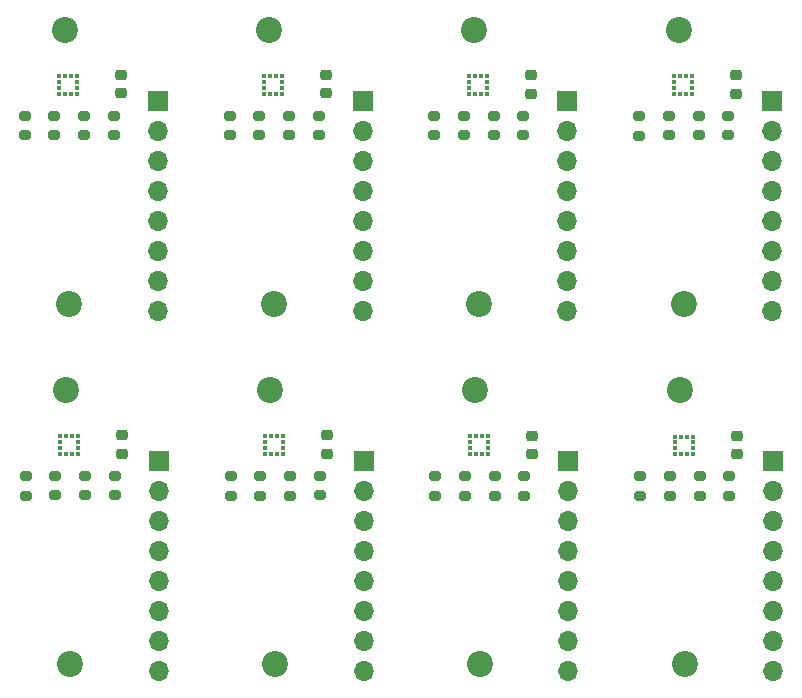
<source format=gbr>
%TF.GenerationSoftware,KiCad,Pcbnew,8.0.5*%
%TF.CreationDate,2024-10-22T20:22:57-07:00*%
%TF.ProjectId,door3_panel,646f6f72-335f-4706-916e-656c2e6b6963,rev?*%
%TF.SameCoordinates,Original*%
%TF.FileFunction,Soldermask,Top*%
%TF.FilePolarity,Negative*%
%FSLAX46Y46*%
G04 Gerber Fmt 4.6, Leading zero omitted, Abs format (unit mm)*
G04 Created by KiCad (PCBNEW 8.0.5) date 2024-10-22 20:22:57*
%MOMM*%
%LPD*%
G01*
G04 APERTURE LIST*
G04 Aperture macros list*
%AMRoundRect*
0 Rectangle with rounded corners*
0 $1 Rounding radius*
0 $2 $3 $4 $5 $6 $7 $8 $9 X,Y pos of 4 corners*
0 Add a 4 corners polygon primitive as box body*
4,1,4,$2,$3,$4,$5,$6,$7,$8,$9,$2,$3,0*
0 Add four circle primitives for the rounded corners*
1,1,$1+$1,$2,$3*
1,1,$1+$1,$4,$5*
1,1,$1+$1,$6,$7*
1,1,$1+$1,$8,$9*
0 Add four rect primitives between the rounded corners*
20,1,$1+$1,$2,$3,$4,$5,0*
20,1,$1+$1,$4,$5,$6,$7,0*
20,1,$1+$1,$6,$7,$8,$9,0*
20,1,$1+$1,$8,$9,$2,$3,0*%
G04 Aperture macros list end*
%ADD10RoundRect,0.200000X-0.275000X0.200000X-0.275000X-0.200000X0.275000X-0.200000X0.275000X0.200000X0*%
%ADD11RoundRect,0.225000X-0.250000X0.225000X-0.250000X-0.225000X0.250000X-0.225000X0.250000X0.225000X0*%
%ADD12C,2.200000*%
%ADD13R,0.376682X0.351536*%
%ADD14R,0.351536X0.376682*%
%ADD15R,1.700000X1.700000*%
%ADD16O,1.700000X1.700000*%
G04 APERTURE END LIST*
D10*
%TO.C,R4*%
X14574264Y-52914264D03*
X14574264Y-54564264D03*
%TD*%
D11*
%TO.C,C1*%
X22764264Y-49464265D03*
X22764264Y-51014265D03*
%TD*%
D10*
%TO.C,R3*%
X17064264Y-52904265D03*
X17064264Y-54554265D03*
%TD*%
D12*
%TO.C,REF\u002A\u002A*%
X18344264Y-68824265D03*
%TD*%
D13*
%TO.C,U1*%
X19014264Y-51044265D03*
X19014264Y-50544264D03*
X19014264Y-50044264D03*
X19014264Y-49544263D03*
D14*
X18514263Y-49544263D03*
X18014263Y-49544263D03*
D13*
X17514262Y-49544263D03*
X17514262Y-50044264D03*
X17514262Y-50544264D03*
X17514262Y-51044265D03*
D14*
X18014263Y-51044265D03*
X18514263Y-51044265D03*
%TD*%
D10*
%TO.C,R1*%
X19594264Y-52904265D03*
X19594264Y-54554265D03*
%TD*%
%TO.C,R3*%
X69094264Y-52924265D03*
X69094264Y-54574265D03*
%TD*%
%TO.C,R1*%
X54270000Y-52920000D03*
X54270000Y-54570000D03*
%TD*%
%TO.C,R3*%
X51740000Y-52920000D03*
X51740000Y-54570000D03*
%TD*%
D12*
%TO.C,REF\u002A\u002A*%
X53020000Y-68840000D03*
%TD*%
D11*
%TO.C,C1*%
X74794264Y-49484265D03*
X74794264Y-51034265D03*
%TD*%
%TO.C,C1*%
X57440000Y-49480000D03*
X57440000Y-51030000D03*
%TD*%
D10*
%TO.C,R4*%
X49250000Y-52929999D03*
X49250000Y-54579999D03*
%TD*%
D12*
%TO.C,REF\u002A\u002A*%
X70374264Y-68844265D03*
%TD*%
D13*
%TO.C,U1*%
X53690000Y-51060000D03*
X53690000Y-50559999D03*
X53690000Y-50059999D03*
X53690000Y-49559998D03*
D14*
X53189999Y-49559998D03*
X52689999Y-49559998D03*
D13*
X52189998Y-49559998D03*
X52189998Y-50059999D03*
X52189998Y-50559999D03*
X52189998Y-51060000D03*
D14*
X52689999Y-51060000D03*
X53189999Y-51060000D03*
%TD*%
D10*
%TO.C,R2*%
X56780000Y-52910000D03*
X56780000Y-54560000D03*
%TD*%
D12*
%TO.C,REF\u002A\u002A*%
X69974264Y-45644265D03*
%TD*%
D13*
%TO.C,U1*%
X71044264Y-51064265D03*
X71044264Y-50564264D03*
X71044264Y-50064264D03*
X71044264Y-49564263D03*
D14*
X70544263Y-49564263D03*
X70044263Y-49564263D03*
D13*
X69544262Y-49564263D03*
X69544262Y-50064264D03*
X69544262Y-50564264D03*
X69544262Y-51064265D03*
D14*
X70044263Y-51064265D03*
X70544263Y-51064265D03*
%TD*%
D15*
%TO.C,J1*%
X60520000Y-51660000D03*
D16*
X60520000Y-54200000D03*
X60520000Y-56740000D03*
X60520000Y-59280000D03*
X60520000Y-61820000D03*
X60520000Y-64360000D03*
X60520000Y-66900000D03*
X60520000Y-69440000D03*
%TD*%
D12*
%TO.C,REF\u002A\u002A*%
X52620000Y-45640000D03*
%TD*%
D11*
%TO.C,C1*%
X40118528Y-49468530D03*
X40118528Y-51018530D03*
%TD*%
D10*
%TO.C,R3*%
X34418528Y-52908530D03*
X34418528Y-54558530D03*
%TD*%
D12*
%TO.C,REF\u002A\u002A*%
X35698528Y-68828530D03*
%TD*%
D10*
%TO.C,R2*%
X39458528Y-52898530D03*
X39458528Y-54548530D03*
%TD*%
D15*
%TO.C,J1*%
X43198528Y-51648530D03*
D16*
X43198528Y-54188530D03*
X43198528Y-56728530D03*
X43198528Y-59268530D03*
X43198528Y-61808530D03*
X43198528Y-64348530D03*
X43198528Y-66888530D03*
X43198528Y-69428530D03*
%TD*%
D10*
%TO.C,R1*%
X36948528Y-52908530D03*
X36948528Y-54558530D03*
%TD*%
%TO.C,R4*%
X31928528Y-52918529D03*
X31928528Y-54568529D03*
%TD*%
D12*
%TO.C,REF\u002A\u002A*%
X35298528Y-45628530D03*
%TD*%
D13*
%TO.C,U1*%
X36368528Y-51048530D03*
X36368528Y-50548529D03*
X36368528Y-50048529D03*
X36368528Y-49548528D03*
D14*
X35868527Y-49548528D03*
X35368527Y-49548528D03*
D13*
X34868526Y-49548528D03*
X34868526Y-50048529D03*
X34868526Y-50548529D03*
X34868526Y-51048530D03*
D14*
X35368527Y-51048530D03*
X35868527Y-51048530D03*
%TD*%
D10*
%TO.C,R4*%
X66604264Y-52934264D03*
X66604264Y-54584264D03*
%TD*%
%TO.C,R1*%
X71624264Y-52924265D03*
X71624264Y-54574265D03*
%TD*%
D15*
%TO.C,J1*%
X77874264Y-51664265D03*
D16*
X77874264Y-54204265D03*
X77874264Y-56744265D03*
X77874264Y-59284265D03*
X77874264Y-61824265D03*
X77874264Y-64364265D03*
X77874264Y-66904265D03*
X77874264Y-69444265D03*
%TD*%
D10*
%TO.C,R2*%
X74134264Y-52914265D03*
X74134264Y-54564265D03*
%TD*%
%TO.C,R2*%
X22104264Y-52894265D03*
X22104264Y-54544265D03*
%TD*%
D15*
%TO.C,J1*%
X25844264Y-51644265D03*
D16*
X25844264Y-54184265D03*
X25844264Y-56724265D03*
X25844264Y-59264265D03*
X25844264Y-61804265D03*
X25844264Y-64344265D03*
X25844264Y-66884265D03*
X25844264Y-69424265D03*
%TD*%
D12*
%TO.C,REF\u002A\u002A*%
X17944264Y-45624265D03*
%TD*%
D10*
%TO.C,R4*%
X49165736Y-24075734D03*
X49165736Y-22425734D03*
%TD*%
D11*
%TO.C,C1*%
X57355736Y-20525735D03*
X57355736Y-18975735D03*
%TD*%
D10*
%TO.C,R3*%
X51655736Y-24065735D03*
X51655736Y-22415735D03*
%TD*%
D12*
%TO.C,REF\u002A\u002A*%
X52935736Y-38335735D03*
%TD*%
D14*
%TO.C,U1*%
X53105735Y-20555735D03*
X52605735Y-20555735D03*
D13*
X52105734Y-20555735D03*
X52105734Y-20055734D03*
X52105734Y-19555734D03*
X52105734Y-19055733D03*
D14*
X52605735Y-19055733D03*
X53105735Y-19055733D03*
D13*
X53605736Y-19055733D03*
X53605736Y-19555734D03*
X53605736Y-20055734D03*
X53605736Y-20555735D03*
%TD*%
D10*
%TO.C,R1*%
X54185736Y-24065735D03*
X54185736Y-22415735D03*
%TD*%
D11*
%TO.C,C1*%
X74710000Y-20530000D03*
X74710000Y-18980000D03*
%TD*%
D10*
%TO.C,R3*%
X69010000Y-24070000D03*
X69010000Y-22420000D03*
%TD*%
D12*
%TO.C,REF\u002A\u002A*%
X70290000Y-38340000D03*
%TD*%
D10*
%TO.C,R2*%
X74050000Y-24060000D03*
X74050000Y-22410000D03*
%TD*%
D16*
%TO.C,J1*%
X77790000Y-38940000D03*
X77790000Y-36400000D03*
X77790000Y-33860000D03*
X77790000Y-31320000D03*
X77790000Y-28780000D03*
X77790000Y-26240000D03*
X77790000Y-23700000D03*
D15*
X77790000Y-21160000D03*
%TD*%
D10*
%TO.C,R1*%
X71540000Y-24070000D03*
X71540000Y-22420000D03*
%TD*%
%TO.C,R4*%
X66520000Y-24079999D03*
X66520000Y-22429999D03*
%TD*%
D12*
%TO.C,REF\u002A\u002A*%
X69890000Y-15140000D03*
%TD*%
D14*
%TO.C,U1*%
X70459999Y-20560000D03*
X69959999Y-20560000D03*
D13*
X69459998Y-20560000D03*
X69459998Y-20059999D03*
X69459998Y-19559999D03*
X69459998Y-19059998D03*
D14*
X69959999Y-19059998D03*
X70459999Y-19059998D03*
D13*
X70960000Y-19059998D03*
X70960000Y-19559999D03*
X70960000Y-20059999D03*
X70960000Y-20560000D03*
%TD*%
D10*
%TO.C,R2*%
X56695736Y-24055735D03*
X56695736Y-22405735D03*
%TD*%
D16*
%TO.C,J1*%
X60435736Y-38935735D03*
X60435736Y-36395735D03*
X60435736Y-33855735D03*
X60435736Y-31315735D03*
X60435736Y-28775735D03*
X60435736Y-26235735D03*
X60435736Y-23695735D03*
D15*
X60435736Y-21155735D03*
%TD*%
D12*
%TO.C,REF\u002A\u002A*%
X52535736Y-15135735D03*
%TD*%
D10*
%TO.C,R4*%
X31844264Y-24064264D03*
X31844264Y-22414264D03*
%TD*%
D11*
%TO.C,C1*%
X40034264Y-20514265D03*
X40034264Y-18964265D03*
%TD*%
D10*
%TO.C,R3*%
X34334264Y-24054265D03*
X34334264Y-22404265D03*
%TD*%
D12*
%TO.C,REF\u002A\u002A*%
X35614264Y-38324265D03*
%TD*%
D14*
%TO.C,U1*%
X35784263Y-20544265D03*
X35284263Y-20544265D03*
D13*
X34784262Y-20544265D03*
X34784262Y-20044264D03*
X34784262Y-19544264D03*
X34784262Y-19044263D03*
D14*
X35284263Y-19044263D03*
X35784263Y-19044263D03*
D13*
X36284264Y-19044263D03*
X36284264Y-19544264D03*
X36284264Y-20044264D03*
X36284264Y-20544265D03*
%TD*%
D10*
%TO.C,R1*%
X36864264Y-24054265D03*
X36864264Y-22404265D03*
%TD*%
%TO.C,R2*%
X39374264Y-24044265D03*
X39374264Y-22394265D03*
%TD*%
D16*
%TO.C,J1*%
X43114264Y-38924265D03*
X43114264Y-36384265D03*
X43114264Y-33844265D03*
X43114264Y-31304265D03*
X43114264Y-28764265D03*
X43114264Y-26224265D03*
X43114264Y-23684265D03*
D15*
X43114264Y-21144265D03*
%TD*%
D12*
%TO.C,REF\u002A\u002A*%
X35214264Y-15124265D03*
%TD*%
%TO.C,REF\u002A\u002A*%
X18260000Y-38320000D03*
%TD*%
D10*
%TO.C,R3*%
X16980000Y-24050000D03*
X16980000Y-22400000D03*
%TD*%
D11*
%TO.C,C1*%
X22680000Y-20510000D03*
X22680000Y-18960000D03*
%TD*%
D10*
%TO.C,R4*%
X14490000Y-24059999D03*
X14490000Y-22409999D03*
%TD*%
D14*
%TO.C,U1*%
X18429999Y-20540000D03*
X17929999Y-20540000D03*
D13*
X17429998Y-20540000D03*
X17429998Y-20039999D03*
X17429998Y-19539999D03*
X17429998Y-19039998D03*
D14*
X17929999Y-19039998D03*
X18429999Y-19039998D03*
D13*
X18930000Y-19039998D03*
X18930000Y-19539999D03*
X18930000Y-20039999D03*
X18930000Y-20540000D03*
%TD*%
D10*
%TO.C,R1*%
X19510000Y-24050000D03*
X19510000Y-22400000D03*
%TD*%
%TO.C,R2*%
X22020000Y-24040000D03*
X22020000Y-22390000D03*
%TD*%
D16*
%TO.C,J1*%
X25760000Y-38920000D03*
X25760000Y-36380000D03*
X25760000Y-33840000D03*
X25760000Y-31300000D03*
X25760000Y-28760000D03*
X25760000Y-26220000D03*
X25760000Y-23680000D03*
D15*
X25760000Y-21140000D03*
%TD*%
D12*
%TO.C,REF\u002A\u002A*%
X17860000Y-15120000D03*
%TD*%
M02*

</source>
